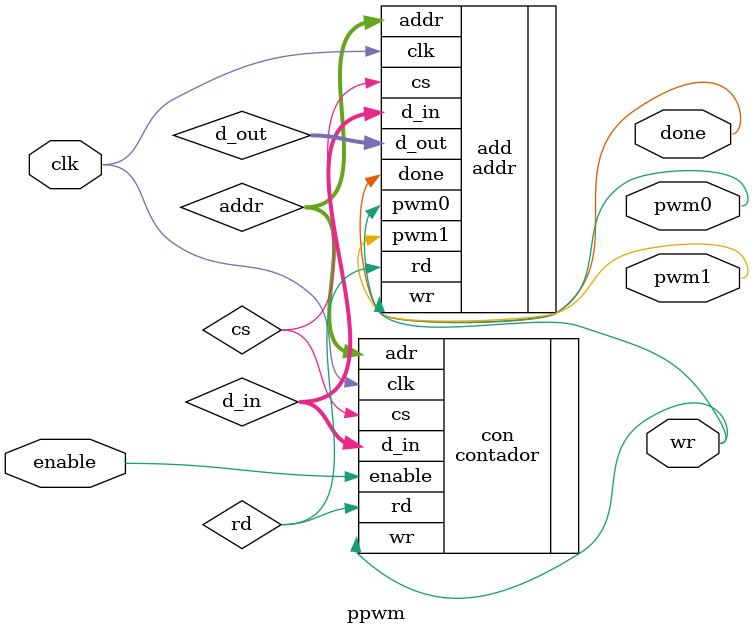
<source format=v>
module ppwm (input clk ,input enable ,output pwm0,output pwm1 /*,output pwm2 ,output pwm3 ,output pwm4,output pwm5,output pwm6,output pwm7 */,output wr, output done);

wire [7:0] addr;
wire cs;
wire rd;
wire wr;
wire [31:0] d_out;
wire [31:0] d_in;
  
addr add(.clk(clk),.d_in(d_in),.cs(cs),.addr(addr),.rd(rd),.wr(wr),.d_out(d_out),.pwm0(pwm0),.pwm1(pwm1)/*,.pwm2(pwm2),.pwm3(pwm3),.pwm4(pwm4),.pwm5(pwm5),.pwm6(pwm6),.pwm7(pwm7)*/,.done(done));

contador con(.clk(clk),.enable(enable),.adr(addr),.cs(cs),.wr(wr),.rd(rd),.d_in(d_in));



endmodule

</source>
